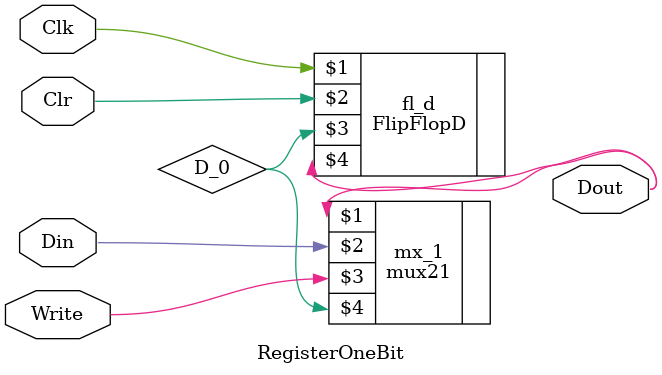
<source format=v>
`timescale 1ns / 1ps
module RegisterOneBit(
    input Din,
    input Write,
    input Clk,
    input Clr,
    output Dout
    );
	 wire D_0;
	 
	mux21 mx_1(Dout , Din, Write , D_0);
	FlipFlopD fl_d(Clk, Clr, D_0 , Dout);
	

endmodule

</source>
